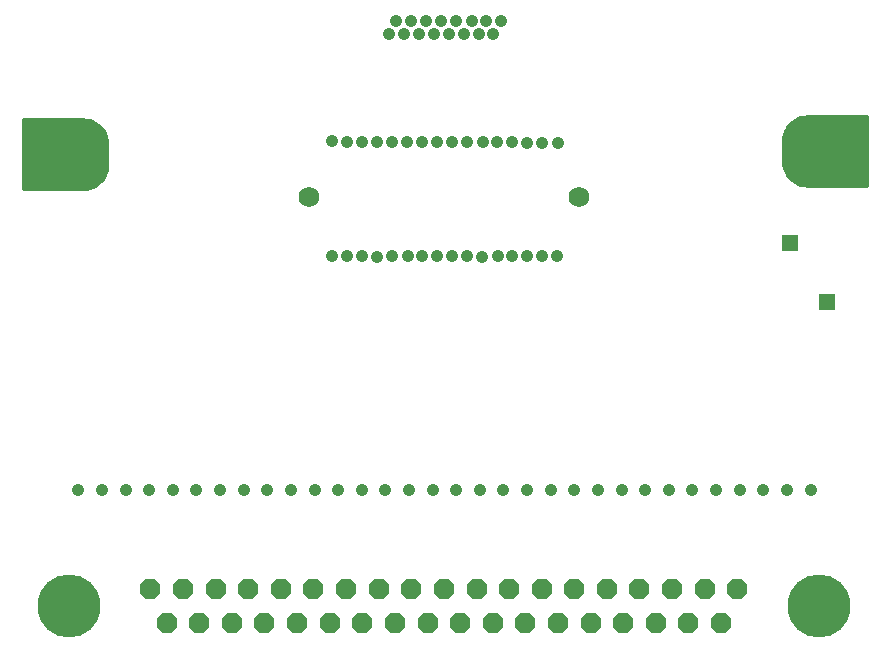
<source format=gbs>
G75*
%MOIN*%
%OFA0B0*%
%FSLAX25Y25*%
%IPPOS*%
%LPD*%
%AMOC8*
5,1,8,0,0,1.08239X$1,22.5*
%
%ADD10C,0.01600*%
%ADD11OC8,0.06984*%
%ADD12C,0.20984*%
%ADD13C,0.06921*%
%ADD14C,0.04165*%
%ADD15R,0.05346X0.05346*%
D10*
X0065508Y0176091D02*
X0065508Y0198591D01*
X0085134Y0198591D01*
X0086366Y0198494D01*
X0087567Y0198206D01*
X0088709Y0197733D01*
X0089762Y0197088D01*
X0090702Y0196285D01*
X0091504Y0195346D01*
X0092150Y0194292D01*
X0092622Y0193151D01*
X0092911Y0191949D01*
X0093008Y0190717D01*
X0093008Y0183965D01*
X0092911Y0182734D01*
X0092622Y0181532D01*
X0092150Y0180391D01*
X0091504Y0179337D01*
X0090702Y0178398D01*
X0089762Y0177595D01*
X0088709Y0176950D01*
X0087567Y0176477D01*
X0086366Y0176188D01*
X0085134Y0176091D01*
X0065508Y0176091D01*
X0065508Y0176269D02*
X0065508Y0198769D01*
X0085134Y0198769D01*
X0086366Y0198672D01*
X0087567Y0198383D01*
X0088709Y0197910D01*
X0089762Y0197265D01*
X0090702Y0196462D01*
X0091504Y0195523D01*
X0092150Y0194469D01*
X0092622Y0193328D01*
X0092911Y0192126D01*
X0093008Y0190894D01*
X0093008Y0184143D01*
X0092911Y0182911D01*
X0092622Y0181709D01*
X0092150Y0180568D01*
X0091504Y0179514D01*
X0090702Y0178575D01*
X0089762Y0177772D01*
X0088709Y0177127D01*
X0087567Y0176654D01*
X0086366Y0176365D01*
X0085134Y0176269D01*
X0065508Y0176269D01*
X0065508Y0177536D02*
X0089376Y0177536D01*
X0089665Y0177536D02*
X0065508Y0177536D01*
X0065508Y0179134D02*
X0091179Y0179134D01*
X0091331Y0179134D02*
X0065508Y0179134D01*
X0065508Y0180733D02*
X0092218Y0180733D01*
X0092291Y0180733D02*
X0065508Y0180733D01*
X0065508Y0182331D02*
X0092772Y0182331D01*
X0092814Y0182331D02*
X0065508Y0182331D01*
X0065508Y0183930D02*
X0092991Y0183930D01*
X0093005Y0183930D02*
X0065508Y0183930D01*
X0065508Y0185528D02*
X0093008Y0185528D01*
X0065508Y0185528D01*
X0065508Y0187127D02*
X0093008Y0187127D01*
X0065508Y0187127D01*
X0065508Y0188725D02*
X0093008Y0188725D01*
X0065508Y0188725D01*
X0065508Y0190324D02*
X0093008Y0190324D01*
X0065508Y0190324D01*
X0065508Y0191922D02*
X0092927Y0191922D01*
X0092913Y0191922D02*
X0065508Y0191922D01*
X0065508Y0193521D02*
X0092543Y0193521D01*
X0092469Y0193521D02*
X0065508Y0193521D01*
X0065508Y0195119D02*
X0091751Y0195119D01*
X0091643Y0195119D02*
X0065508Y0195119D01*
X0065508Y0196718D02*
X0090402Y0196718D01*
X0090195Y0196718D02*
X0065508Y0196718D01*
X0065508Y0198316D02*
X0087728Y0198316D01*
X0087107Y0198316D02*
X0065508Y0198316D01*
X0318953Y0191898D02*
X0318953Y0185146D01*
X0319050Y0183915D01*
X0319338Y0182713D01*
X0319811Y0181572D01*
X0320457Y0180518D01*
X0321259Y0179579D01*
X0322199Y0178776D01*
X0323252Y0178131D01*
X0324394Y0177658D01*
X0325595Y0177369D01*
X0326827Y0177272D01*
X0346453Y0177272D01*
X0346453Y0199772D01*
X0326827Y0199772D01*
X0325595Y0199676D01*
X0324394Y0199387D01*
X0323252Y0198914D01*
X0322199Y0198269D01*
X0321259Y0197466D01*
X0320457Y0196527D01*
X0319811Y0195473D01*
X0319338Y0194332D01*
X0319050Y0193130D01*
X0318953Y0191898D01*
X0318955Y0191922D02*
X0346453Y0191922D01*
X0346453Y0190324D02*
X0318953Y0190324D01*
X0318953Y0188725D02*
X0346453Y0188725D01*
X0346453Y0187127D02*
X0318953Y0187127D01*
X0318953Y0185528D02*
X0346453Y0185528D01*
X0346453Y0183930D02*
X0319048Y0183930D01*
X0319496Y0182331D02*
X0346453Y0182331D01*
X0346453Y0180733D02*
X0320325Y0180733D01*
X0321779Y0179134D02*
X0346453Y0179134D01*
X0346453Y0177536D02*
X0324902Y0177536D01*
X0319143Y0193521D02*
X0346453Y0193521D01*
X0346453Y0195119D02*
X0319664Y0195119D01*
X0320620Y0196718D02*
X0346453Y0196718D01*
X0346453Y0198316D02*
X0322276Y0198316D01*
D11*
X0303400Y0042467D03*
X0292600Y0042467D03*
X0281700Y0042467D03*
X0270800Y0042467D03*
X0260000Y0042467D03*
X0249100Y0042467D03*
X0238200Y0042467D03*
X0227300Y0042467D03*
X0216500Y0042467D03*
X0205600Y0042467D03*
X0194700Y0042467D03*
X0183900Y0042467D03*
X0173000Y0042467D03*
X0162100Y0042467D03*
X0151300Y0042467D03*
X0140400Y0042467D03*
X0129500Y0042467D03*
X0118700Y0042467D03*
X0107800Y0042467D03*
X0113200Y0031267D03*
X0124100Y0031267D03*
X0135000Y0031267D03*
X0145800Y0031267D03*
X0156700Y0031267D03*
X0167600Y0031267D03*
X0178400Y0031267D03*
X0189300Y0031267D03*
X0200200Y0031267D03*
X0211000Y0031267D03*
X0221900Y0031267D03*
X0232800Y0031267D03*
X0243700Y0031267D03*
X0254500Y0031267D03*
X0265400Y0031267D03*
X0276300Y0031267D03*
X0287100Y0031267D03*
X0298000Y0031267D03*
D12*
X0080600Y0036867D03*
X0330600Y0036867D03*
D13*
X0250744Y0173257D03*
X0160744Y0173257D03*
D14*
X0168382Y0191761D03*
X0173303Y0191662D03*
X0178224Y0191662D03*
X0183343Y0191662D03*
X0188461Y0191662D03*
X0193382Y0191662D03*
X0198303Y0191662D03*
X0203421Y0191662D03*
X0208343Y0191662D03*
X0213461Y0191662D03*
X0218579Y0191564D03*
X0223303Y0191564D03*
X0228421Y0191367D03*
X0233343Y0191170D03*
X0238461Y0191170D03*
X0243579Y0191170D03*
X0243382Y0153375D03*
X0238461Y0153375D03*
X0233343Y0153375D03*
X0228421Y0153375D03*
X0223500Y0153375D03*
X0218382Y0153178D03*
X0213165Y0153375D03*
X0208244Y0153375D03*
X0203323Y0153375D03*
X0198402Y0153375D03*
X0193480Y0153375D03*
X0188264Y0153375D03*
X0183146Y0153178D03*
X0178224Y0153375D03*
X0173303Y0153375D03*
X0168382Y0153375D03*
X0187280Y0227391D03*
X0192201Y0227391D03*
X0194760Y0231721D03*
X0199681Y0231721D03*
X0197319Y0227391D03*
X0202240Y0227391D03*
X0204799Y0231721D03*
X0209720Y0231721D03*
X0207161Y0227391D03*
X0212280Y0227391D03*
X0217201Y0227391D03*
X0219563Y0231721D03*
X0214839Y0231721D03*
X0222122Y0227391D03*
X0224681Y0231721D03*
X0189642Y0231721D03*
X0186098Y0075619D03*
X0178224Y0075619D03*
X0170350Y0075619D03*
X0162476Y0075619D03*
X0154602Y0075619D03*
X0146728Y0075619D03*
X0138854Y0075619D03*
X0130980Y0075619D03*
X0123106Y0075619D03*
X0115232Y0075619D03*
X0107358Y0075619D03*
X0099484Y0075619D03*
X0091610Y0075619D03*
X0083736Y0075619D03*
X0193972Y0075619D03*
X0201846Y0075619D03*
X0209720Y0075619D03*
X0217594Y0075619D03*
X0225469Y0075619D03*
X0233343Y0075619D03*
X0241217Y0075619D03*
X0249091Y0075619D03*
X0256965Y0075619D03*
X0264839Y0075619D03*
X0272713Y0075619D03*
X0280587Y0075619D03*
X0288461Y0075619D03*
X0296335Y0075619D03*
X0304209Y0075619D03*
X0312083Y0075619D03*
X0319957Y0075619D03*
X0327831Y0075619D03*
D15*
X0333244Y0138119D03*
X0320941Y0157804D03*
M02*

</source>
